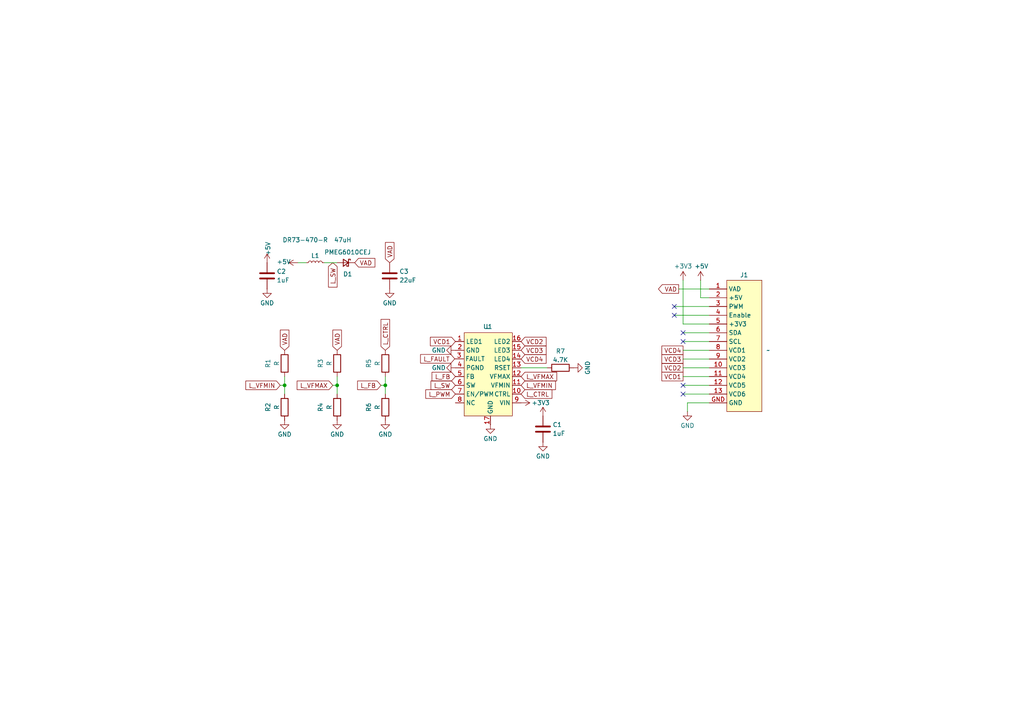
<source format=kicad_sch>
(kicad_sch (version 20231120) (generator "eeschema") (generator_version "8.0")
  (paper "A4")
  (lib_symbols
    (symbol "CAT4106:CAT4106"
      (property "Reference" "U" (at -1.778 11.938 0))
      (symbol "CAT4106_1_1"
        (rectangle (start -7.62 10.16) (end 6.35 -13.97) (fill (type background)))
        (pin input line (at -10.16 7.62 0) (length 2.54) (name "LED1") (number "1"))
        (pin input line (at 8.89 -7.62 180) (length 2.54) (name "CTRL") (number "10"))
        (pin input line (at 8.89 -5.08 180) (length 2.54) (name "VFMIN") (number "11"))
        (pin input line (at 8.89 -2.54 180) (length 2.54) (name "VFMAX") (number "12"))
        (pin input line (at 8.89 0 180) (length 2.54) (name "RSET") (number "13"))
        (pin input line (at 8.89 2.54 180) (length 2.54) (name "LED4") (number "14"))
        (pin input line (at 8.89 5.08 180) (length 2.54) (name "LED3") (number "15"))
        (pin input line (at 8.89 7.62 180) (length 2.54) (name "LED2") (number "16"))
        (pin input line (at 0 -16.51 90) (length 2.54) (name "GND") (number "17"))
        (pin input line (at -10.16 5.08 0) (length 2.54) (name "GND") (number "2"))
        (pin input line (at -10.3414 2.6039 0) (length 2.54) (name "FAULT") (number "3"))
        (pin input line (at -10.16 0 0) (length 2.54) (name "PGND") (number "4"))
        (pin input line (at -10.16 -2.54 0) (length 2.54) (name "FB") (number "5"))
        (pin input line (at -10.16 -5.08 0) (length 2.54) (name "SW") (number "6"))
        (pin input line (at -10.16 -7.62 0) (length 2.54) (name "EN/PWM") (number "7"))
        (pin input line (at -10.16 -10.16 0) (length 2.54) (name "NC") (number "8"))
        (pin input line (at 8.89 -10.16 180) (length 2.54) (name "VIN") (number "9"))
      )
    )
    (symbol "Device:C" (pin_numbers hide) (pin_names (offset 0.254))
      (property "Reference" "C" (at 0.635 2.54 0))
      (property "Value" "C" (at 0.635 -2.54 0))
      (symbol "C_0_1"
        (polyline (pts (xy -2.032 -0.762) (xy 2.032 -0.762)) (stroke (width 0.508)))
        (polyline (pts (xy -2.032 0.762) (xy 2.032 0.762)) (stroke (width 0.508)))
      )
      (symbol "C_1_1"
        (pin passive line (at 0 3.81 270) (length 2.794) (name "~") (number "1"))
        (pin passive line (at 0 -3.81 90) (length 2.794) (name "~") (number "2"))
      )
    )
    (symbol "Device:D_Schottky_Small" (pin_numbers hide) (pin_names (offset 0.254) hide)
      (property "Reference" "D" (at -1.27 2.032 0))
      (property "Value" "D_Schottky_Small" (at -7.112 -2.032 0))
      (symbol "D_Schottky_Small_0_1"
        (polyline (pts (xy -0.762 0) (xy 0.762 0)))
        (polyline (pts (xy 0.762 -1.016) (xy -0.762 0) (xy 0.762 1.016) (xy 0.762 -1.016)) (stroke (width 0.254)))
        (polyline (pts (xy -1.27 0.762) (xy -1.27 1.016) (xy -0.762 1.016) (xy -0.762 -1.016) (xy -0.254 -1.016) (xy -0.254 -0.762)) (stroke (width 0.254)))
      )
      (symbol "D_Schottky_Small_1_1"
        (pin passive line (at -2.54 0 0) (length 1.778) (name "K") (number "1"))
        (pin passive line (at 2.54 0 180) (length 1.778) (name "A") (number "2"))
      )
    )
    (symbol "Device:L_Small" (pin_numbers hide) (pin_names (offset 0.254) hide)
      (property "Reference" "L" (at 0.762 1.016 0))
      (property "Value" "L_Small" (at 0.762 -1.016 0))
      (symbol "L_Small_0_1"
        (arc (start 0 -2.032) (mid 0.5058 -1.524) (end 0 -1.016))
        (arc (start 0 -1.016) (mid 0.5058 -0.508) (end 0 0))
        (arc (start 0 0) (mid 0.5058 0.508) (end 0 1.016))
        (arc (start 0 1.016) (mid 0.5058 1.524) (end 0 2.032))
      )
      (symbol "L_Small_1_1"
        (pin passive line (at 0 2.54 270) (length 0.508) (name "~") (number "1"))
        (pin passive line (at 0 -2.54 90) (length 0.508) (name "~") (number "2"))
      )
    )
    (symbol "Device:R" (pin_numbers hide) (pin_names (offset 0))
      (property "Reference" "R" (at 2.032 0 90))
      (property "Value" "R" (at 0 0 90))
      (symbol "R_0_1"
        (rectangle (start -1.016 -2.54) (end 1.016 2.54) (stroke (width 0.254)))
      )
      (symbol "R_1_1"
        (pin passive line (at 0 3.81 270) (length 1.27) (name "~") (number "1"))
        (pin passive line (at 0 -3.81 90) (length 1.27) (name "~") (number "2"))
      )
    )
    (symbol "koyomi_bl_test_driver:koyomi_bl_test_driver"
      (property "Reference" "J" (at 0 0 0))
      (symbol "koyomi_bl_test_driver_1_1"
        (rectangle (start -5.08 -1.27) (end 5.08 -39.37) (fill (type background)))
        (pin output line (at -10.16 -3.81 0) (length 5.08) (name "VAD") (number "1"))
        (pin passive line (at -10.16 -26.67 0) (length 5.08) (name "VCD3") (number "10"))
        (pin passive line (at -10.16 -29.21 0) (length 5.08) (name "VCD4") (number "11"))
        (pin passive line (at -10.16 -31.75 0) (length 5.08) (name "VCD5") (number "12"))
        (pin passive line (at -10.16 -34.29 0) (length 5.08) (name "VCD6") (number "13"))
        (pin passive line (at -10.16 -6.35 0) (length 5.08) (name "+5V") (number "2"))
        (pin input line (at -10.16 -8.89 0) (length 5.08) (name "PWM") (number "3"))
        (pin passive line (at -10.16 -11.43 0) (length 5.08) (name "Enable") (number "4"))
        (pin passive line (at -10.16 -13.97 0) (length 5.08) (name "+3V3") (number "5"))
        (pin bidirectional line (at -10.16 -16.51 0) (length 5.08) (name "SDA") (number "6"))
        (pin bidirectional line (at -10.16 -19.05 0) (length 5.08) (name "SCL") (number "7"))
        (pin passive line (at -10.16 -21.59 0) (length 5.08) (name "VCD1") (number "8"))
        (pin passive line (at -10.16 -24.13 0) (length 5.08) (name "VCD2") (number "9"))
        (pin passive line (at -10.16 -36.83 0) (length 5.08) (name "GND") (number "GND"))
      )
    )
    (symbol "power:+3V3" (power) (pin_names (offset 0))
      (property "Value" "+3V3" (at 0 3.556 0))
      (symbol "+3V3_0_1"
        (polyline (pts (xy -0.762 1.27) (xy 0 2.54)))
        (polyline (pts (xy 0 0) (xy 0 2.54)))
        (polyline (pts (xy 0 2.54) (xy 0.762 1.27)))
      )
      (symbol "+3V3_1_1"
        (pin power_in line (at 0 0 90) (length 0) hide (name "+3V3") (number "1"))
      )
    )
    (symbol "power:+5V" (power) (pin_numbers hide) (pin_names (offset 0) hide)
      (property "Value" "+5V" (at 0 3.556 0))
      (symbol "+5V_0_1"
        (polyline (pts (xy -0.762 1.27) (xy 0 2.54)))
        (polyline (pts (xy 0 0) (xy 0 2.54)))
        (polyline (pts (xy 0 2.54) (xy 0.762 1.27)))
      )
      (symbol "+5V_1_1"
        (pin power_in line (at 0 0 90) (length 0) (name "~") (number "1"))
      )
    )
    (symbol "power:GND" (power) (pin_numbers hide) (pin_names (offset 0) hide)
      (property "Value" "GND" (at 0 -3.81 0))
      (symbol "GND_0_1"
        (polyline (pts (xy 0 0) (xy 0 -1.27) (xy 1.27 -1.27) (xy 0 -2.54) (xy -1.27 -1.27) (xy 0 -1.27)))
      )
      (symbol "GND_1_1"
        (pin power_in line (at 0 0 270) (length 0) (name "~") (number "1"))
      )
    )
  )
  (junction (at 111.76 111.76))
  (junction (at 97.79 111.76))
  (junction (at 82.55 111.76))
  (no_connect (at 195.58 91.44))
  (no_connect (at 198.12 114.3))
  (no_connect (at 198.12 96.52))
  (no_connect (at 195.58 88.9))
  (no_connect (at 198.12 99.06))
  (no_connect (at 198.12 111.76))
  (wire (pts (xy 199.39 116.84) (xy 199.39 119.38)))
  (wire (pts (xy 82.55 111.76) (xy 82.55 109.22)))
  (wire (pts (xy 205.74 116.84) (xy 199.39 116.84)))
  (wire (pts (xy 110.49 111.76) (xy 111.76 111.76)))
  (wire (pts (xy 151.13 106.68) (xy 158.75 106.68)))
  (wire (pts (xy 111.76 111.76) (xy 111.76 114.3)))
  (wire (pts (xy 203.2 81.28) (xy 203.2 86.36)))
  (wire (pts (xy 97.79 111.76) (xy 97.79 109.22)))
  (wire (pts (xy 195.58 88.9) (xy 205.74 88.9)))
  (wire (pts (xy 198.12 101.6) (xy 205.74 101.6)))
  (wire (pts (xy 81.28 111.76) (xy 82.55 111.76)))
  (wire (pts (xy 97.79 111.76) (xy 97.79 114.3)))
  (wire (pts (xy 203.2 86.36) (xy 205.74 86.36)))
  (wire (pts (xy 82.55 111.76) (xy 82.55 114.3)))
  (wire (pts (xy 198.12 109.22) (xy 205.74 109.22)))
  (wire (pts (xy 196.85 83.82) (xy 205.74 83.82)))
  (wire (pts (xy 111.76 111.76) (xy 111.76 109.22)))
  (wire (pts (xy 96.52 111.76) (xy 97.79 111.76)))
  (wire (pts (xy 195.58 91.44) (xy 205.74 91.44)))
  (wire (pts (xy 198.12 104.14) (xy 205.74 104.14)))
  (wire (pts (xy 198.12 81.28) (xy 198.12 93.98)))
  (wire (pts (xy 198.12 111.76) (xy 205.74 111.76)))
  (wire (pts (xy 198.12 114.3) (xy 205.74 114.3)))
  (wire (pts (xy 198.12 106.68) (xy 205.74 106.68)))
  (wire (pts (xy 86.36 76.2) (xy 88.9 76.2)))
  (wire (pts (xy 198.12 99.06) (xy 205.74 99.06)))
  (wire (pts (xy 93.98 76.2) (xy 97.79 76.2)))
  (wire (pts (xy 198.12 96.52) (xy 205.74 96.52)))
  (wire (pts (xy 198.12 93.98) (xy 205.74 93.98)))
  (global_label "VCD1" (shape passive) (at 198.12 109.22 180) (property "Intersheetrefs" "${INTERSHEET_REFS}" (effects (hide yes))))
  (global_label "L_CTRL" (shape input) (at 111.76 101.6 90) (property "Intersheetrefs" "${INTERSHEET_REFS}" (effects (hide yes))))
  (global_label "VCD3" (shape passive) (at 198.12 104.14 180) (property "Intersheetrefs" "${INTERSHEET_REFS}" (effects (hide yes))))
  (global_label "L_FAULT" (shape input) (at 131.8986 104.0761 180) (property "Intersheetrefs" "${INTERSHEET_REFS}" (effects (hide yes))))
  (global_label "VCD2" (shape input) (at 151.13 99.06 0) (property "Intersheetrefs" "${INTERSHEET_REFS}" (effects (hide yes))))
  (global_label "VCD4" (shape passive) (at 198.12 101.6 180) (property "Intersheetrefs" "${INTERSHEET_REFS}" (effects (hide yes))))
  (global_label "VAD" (shape input) (at 97.79 101.6 90) (property "Intersheetrefs" "${INTERSHEET_REFS}" (effects (hide yes))))
  (global_label "VAD" (shape input) (at 102.87 76.2 0) (property "Intersheetrefs" "${INTERSHEET_REFS}" (effects (hide yes))))
  (global_label "L_CTRL" (shape input) (at 151.13 114.3 0) (property "Intersheetrefs" "${INTERSHEET_REFS}" (effects (hide yes))))
  (global_label "L_VFMAX" (shape input) (at 151.13 109.22 0) (property "Intersheetrefs" "${INTERSHEET_REFS}" (effects (hide yes))))
  (global_label "L_SW" (shape input) (at 96.52 76.2 270) (property "Intersheetrefs" "${INTERSHEET_REFS}" (effects (hide yes))))
  (global_label "L_VFMIN" (shape input) (at 151.13 111.76 0) (property "Intersheetrefs" "${INTERSHEET_REFS}" (effects (hide yes))))
  (global_label "VCD4" (shape input) (at 151.13 104.14 0) (property "Intersheetrefs" "${INTERSHEET_REFS}" (effects (hide yes))))
  (global_label "L_PWM" (shape input) (at 132.08 114.3 180) (property "Intersheetrefs" "${INTERSHEET_REFS}" (effects (hide yes))))
  (global_label "L_VFMAX" (shape input) (at 96.52 111.76 180) (property "Intersheetrefs" "${INTERSHEET_REFS}" (effects (hide yes))))
  (global_label "VAD" (shape output) (at 196.85 83.82 180) (property "Intersheetrefs" "${INTERSHEET_REFS}" (effects (hide yes))))
  (global_label "VAD" (shape input) (at 113.03 76.2 90) (property "Intersheetrefs" "${INTERSHEET_REFS}" (effects (hide yes))))
  (global_label "VCD3" (shape input) (at 151.13 101.6 0) (property "Intersheetrefs" "${INTERSHEET_REFS}" (effects (hide yes))))
  (global_label "L_FB" (shape input) (at 110.49 111.76 180) (property "Intersheetrefs" "${INTERSHEET_REFS}" (effects (hide yes))))
  (global_label "VCD1" (shape input) (at 132.08 99.06 180) (property "Intersheetrefs" "${INTERSHEET_REFS}" (effects (hide yes))))
  (global_label "L_FB" (shape input) (at 132.08 109.22 180) (property "Intersheetrefs" "${INTERSHEET_REFS}" (effects (hide yes))))
  (global_label "L_VFMIN" (shape input) (at 81.28 111.76 180) (property "Intersheetrefs" "${INTERSHEET_REFS}" (effects (hide yes))))
  (global_label "VAD" (shape input) (at 82.55 101.6 90) (property "Intersheetrefs" "${INTERSHEET_REFS}" (effects (hide yes))))
  (global_label "L_SW" (shape input) (at 132.08 111.76 180) (property "Intersheetrefs" "${INTERSHEET_REFS}" (effects (hide yes))))
  (global_label "VCD2" (shape passive) (at 198.12 106.68 180) (property "Intersheetrefs" "${INTERSHEET_REFS}" (effects (hide yes))))
  (symbol (lib_id "Device:R") (at 111.76 118.11 180) (unit 1)
    (property "Reference" "R6" (at 106.934 118.11 90))
    (property "Value" "R" (at 109.474 118.11 90))
    (property "Footprint" "Resistor_SMD:R_0402_1005Metric" (effects (hide yes)))
    (property "Description" "Resistor" (effects (hide yes)))
  )
  (symbol (lib_id "Device:R") (at 82.55 105.41 180) (unit 1)
    (property "Reference" "R1" (at 77.724 105.41 90))
    (property "Value" "R" (at 80.264 105.41 90))
    (property "Footprint" "Resistor_SMD:R_0402_1005Metric" (effects (hide yes)))
    (property "Description" "Resistor" (effects (hide yes)))
  )
  (symbol (lib_id "Device:R") (at 111.76 105.41 180) (unit 1)
    (property "Reference" "R5" (at 106.934 105.41 90))
    (property "Value" "R" (at 109.474 105.41 90))
    (property "Footprint" "Resistor_SMD:R_0402_1005Metric" (effects (hide yes)))
    (property "Description" "Resistor" (effects (hide yes)))
  )
  (symbol (lib_id "power:GND") (at 166.37 106.68 90) (unit 1)
    (property "Reference" "#PWR014" (effects (hide yes)))
    (property "Value" "GND" (at 170.434 106.68 0))
    (property "Description" "Power symbol creates a global label with name \"GND\" , ground" (effects (hide yes)))
  )
  (symbol (lib_id "Device:R") (at 82.55 118.11 180) (unit 1)
    (property "Reference" "R2" (at 77.724 118.11 90))
    (property "Value" "R" (at 80.264 118.11 90))
    (property "Footprint" "Resistor_SMD:R_0402_1005Metric" (effects (hide yes)))
    (property "Description" "Resistor" (effects (hide yes)))
  )
  (symbol (lib_id "power:GND") (at 157.48 128.27 0) (unit 1)
    (property "Reference" "#PWR07" (effects (hide yes)))
    (property "Value" "GND" (at 157.48 132.334 0))
    (property "Description" "Power symbol creates a global label with name \"GND\" , ground" (effects (hide yes)))
  )
  (symbol (lib_id "power:GND") (at 111.76 121.92 0) (unit 1)
    (property "Reference" "#PWR06" (effects (hide yes)))
    (property "Value" "GND" (at 111.76 125.984 0))
    (property "Description" "Power symbol creates a global label with name \"GND\" , ground" (effects (hide yes)))
  )
  (symbol (lib_id "Device:R") (at 97.79 118.11 180) (unit 1)
    (property "Reference" "R4" (at 92.964 118.11 90))
    (property "Value" "R" (at 95.504 118.11 90))
    (property "Footprint" "Resistor_SMD:R_0402_1005Metric" (effects (hide yes)))
    (property "Description" "Resistor" (effects (hide yes)))
  )
  (symbol (lib_id "CAT4106:CAT4106") (at 142.24 106.68 0) (unit 1)
    (property "Reference" "U1" (at 141.478 94.742 0))
    (property "Value" "~" (at 141.5143 95.25 0))
    (property "Footprint" "Package_DFN_QFN:TQFN-16-1EP_3x3mm_P0.5mm_EP1.23x1.23mm" (effects (hide yes)))
  )
  (symbol (lib_id "power:+3V3") (at 198.12 81.28 0) (unit 1)
    (property "Reference" "#PWR01" (effects (hide yes)))
    (property "Value" "+3V3" (at 198.12 77.216 0))
  )
  (symbol (lib_id "power:GND") (at 132.08 101.6 270) (unit 1)
    (property "Reference" "#PWR08" (effects (hide yes)))
    (property "Value" "GND" (at 127.254 101.6 90))
    (property "Description" "Power symbol creates a global label with name \"GND\" , ground" (effects (hide yes)))
  )
  (symbol (lib_id "power:GND") (at 77.47 83.82 0) (unit 1)
    (property "Reference" "#PWR010" (effects (hide yes)))
    (property "Value" "GND" (at 77.47 87.884 0))
    (property "Description" "Power symbol creates a global label with name \"GND\" , ground" (effects (hide yes)))
  )
  (symbol (lib_id "power:+3V3") (at 157.48 120.65 0) (unit 1)
    (property "Reference" "#PWR015" (effects (hide yes)))
    (property "Value" "+3V3" (effects (hide yes)))
  )
  (symbol (lib_id "power:GND") (at 142.24 123.19 0) (unit 1)
    (property "Reference" "#PWR011" (effects (hide yes)))
    (property "Value" "GND" (at 142.24 127.254 0))
    (property "Description" "Power symbol creates a global label with name \"GND\" , ground" (effects (hide yes)))
  )
  (symbol (lib_id "power:GND") (at 132.08 106.68 270) (unit 1)
    (property "Reference" "#PWR09" (effects (hide yes)))
    (property "Value" "GND" (at 127.254 106.68 90))
    (property "Description" "Power symbol creates a global label with name \"GND\" , ground" (effects (hide yes)))
  )
  (symbol (lib_id "koyomi_bl_test_driver:koyomi_bl_test_driver") (at 215.9 80.01 0) (unit 1)
    (property "Reference" "J1" (at 214.63 79.756 0) (effects (justify left)))
    (property "Value" "~" (at 222.25 101.6 0) (effects (justify left)))
    (property "Footprint" "koyomi_bl_test_driver:koyomi_bl_test_driver" (effects (hide yes)))
  )
  (symbol (lib_id "power:GND") (at 199.39 119.38 0) (unit 1)
    (property "Reference" "#PWR02" (effects (hide yes)))
    (property "Value" "GND" (at 199.39 123.444 0))
    (property "Description" "Power symbol creates a global label with name \"GND\" , ground" (effects (hide yes)))
  )
  (symbol (lib_id "Device:C") (at 77.47 80.01 0) (unit 1)
    (property "Reference" "C2" (at 80.264 78.74 0) (effects (justify left)))
    (property "Value" "1uF" (at 80.264 81.28 0) (effects (justify left)))
    (property "Footprint" "Capacitor_SMD:C_0805_2012Metric" (effects (hide yes)))
    (property "Description" "Unpolarized capacitor" (effects (hide yes)))
  )
  (symbol (lib_id "Device:C") (at 113.03 80.01 0) (unit 1)
    (property "Reference" "C3" (at 115.824 78.74 0) (effects (justify left)))
    (property "Value" "22uF" (at 115.824 81.28 0) (effects (justify left)))
    (property "Footprint" "Capacitor_SMD:C_0805_2012Metric" (effects (hide yes)))
    (property "Description" "Unpolarized capacitor" (effects (hide yes)))
  )
  (symbol (lib_id "Device:R") (at 97.79 105.41 180) (unit 1)
    (property "Reference" "R3" (at 92.964 105.41 90))
    (property "Value" "R" (at 95.504 105.41 90))
    (property "Footprint" "Resistor_SMD:R_0402_1005Metric" (effects (hide yes)))
    (property "Description" "Resistor" (effects (hide yes)))
  )
  (symbol (lib_id "power:GND") (at 97.79 121.92 0) (unit 1)
    (property "Reference" "#PWR05" (effects (hide yes)))
    (property "Value" "GND" (at 97.79 125.984 0))
    (property "Description" "Power symbol creates a global label with name \"GND\" , ground" (effects (hide yes)))
  )
  (symbol (lib_id "power:+3V3") (at 151.13 116.84 270) (unit 1)
    (property "Reference" "#PWR013" (effects (hide yes)))
    (property "Value" "+3V3" (at 154.178 116.84 90) (effects (justify left)))
  )
  (symbol (lib_id "Device:D_Schottky_Small") (at 100.33 76.2 0) (mirror y) (unit 1)
    (property "Reference" "D1" (at 100.838 79.502 0))
    (property "Value" "PMEG6010CEJ" (at 100.838 73.152 0))
    (property "Footprint" "Diode_SMD:D_SOD-323F" (effects (hide yes)))
    (property "Description" "Schottky diode, small symbol" (effects (hide yes)))
  )
  (symbol (lib_id "Device:R") (at 162.56 106.68 90) (unit 1)
    (property "Reference" "R7" (at 162.56 101.854 90))
    (property "Value" "4.7K" (at 162.56 104.394 90))
    (property "Footprint" "Resistor_SMD:R_0402_1005Metric" (effects (hide yes)))
    (property "Description" "Resistor" (effects (hide yes)))
  )
  (symbol (lib_id "power:+5V") (at 86.36 76.2 90) (unit 1)
    (property "Reference" "#PWR016" (effects (hide yes)))
    (property "Value" "+5V" (at 82.296 75.946 90))
    (property "Description" "Power symbol creates a global label with name \"+5V\"" (effects (hide yes)))
  )
  (symbol (lib_id "power:GND") (at 113.03 83.82 0) (unit 1)
    (property "Reference" "#PWR012" (effects (hide yes)))
    (property "Value" "GND" (at 113.03 87.884 0))
    (property "Description" "Power symbol creates a global label with name \"GND\" , ground" (effects (hide yes)))
  )
  (symbol (lib_id "power:+5V") (at 203.2 81.28 0) (unit 1)
    (property "Reference" "#PWR03" (effects (hide yes)))
    (property "Value" "+5V" (at 203.454 77.216 0))
    (property "Description" "Power symbol creates a global label with name \"+5V\"" (effects (hide yes)))
  )
  (symbol (lib_id "Device:C") (at 157.48 124.46 0) (unit 1)
    (property "Reference" "C1" (at 160.274 123.19 0) (effects (justify left)))
    (property "Value" "1uF" (at 160.274 125.73 0) (effects (justify left)))
    (property "Footprint" "Capacitor_SMD:C_0402_1005Metric" (effects (hide yes)))
    (property "Description" "Unpolarized capacitor" (effects (hide yes)))
  )
  (symbol (lib_id "power:GND") (at 82.55 121.92 0) (unit 1)
    (property "Reference" "#PWR04" (effects (hide yes)))
    (property "Value" "GND" (at 82.55 125.984 0))
    (property "Description" "Power symbol creates a global label with name \"GND\" , ground" (effects (hide yes)))
  )
  (symbol (lib_id "power:+5V") (at 77.47 76.2 0) (unit 1)
    (property "Reference" "#PWR017" (effects (hide yes)))
    (property "Value" "+5V" (at 77.724 72.136 90))
    (property "Description" "Power symbol creates a global label with name \"+5V\"" (effects (hide yes)))
  )
  (symbol (lib_id "Device:L_Small") (at 91.44 76.2 90) (unit 1)
    (property "Reference" "L1" (at 91.44 74.168 90))
    (property "Value" "DR73-470-R  47uH" (at 91.948 69.596 90))
    (property "Footprint" "Inductor_SMD:L_Coilcraft_XAL6020-XXX" (effects (hide yes)))
    (property "Description" "Inductor, small symbol" (effects (hide yes)))
  )
)
</source>
